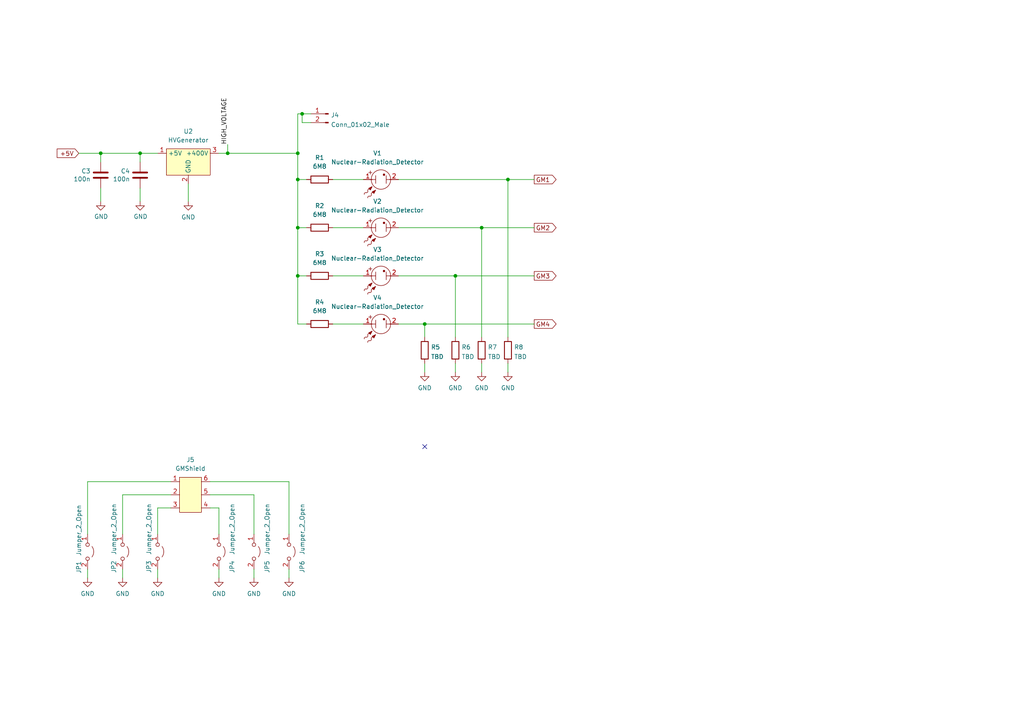
<source format=kicad_sch>
(kicad_sch (version 20211123) (generator eeschema)
  (paper "A4")
  (lib_symbols
    (symbol "Connector:Conn_01x02_Male" (pin_names (offset 1.016) hide)
      (property "Reference" "J" (at 0 2.54 0))
      (property "Value" "Conn_01x02_Male" (at 0 -5.08 0))
      (symbol "Conn_01x02_Male_1_1"
        (polyline (pts (xy 1.27 -2.54) (xy 0.8636 -2.54)) (stroke (width 0.1524)))
        (polyline (pts (xy 1.27 0) (xy 0.8636 0)) (stroke (width 0.1524)))
        (rectangle (start 0.8636 -2.413) (end 0 -2.667) (stroke (width 0.1524)) (fill (type outline)))
        (rectangle (start 0.8636 0.127) (end 0 -0.127) (stroke (width 0.1524)) (fill (type outline)))
        (pin passive line (at 5.08 0 180) (length 3.81) (name "Pin_1") (number "1"))
        (pin passive line (at 5.08 -2.54 180) (length 3.81) (name "Pin_2") (number "2"))
      )
    )
    (symbol "Device:C" (pin_numbers hide) (pin_names (offset 0.254))
      (property "Reference" "C" (at 0.635 2.54 0))
      (property "Value" "C" (at 0.635 -2.54 0))
      (symbol "C_0_1"
        (polyline (pts (xy -2.032 -0.762) (xy 2.032 -0.762)) (stroke (width 0.508)))
        (polyline (pts (xy -2.032 0.762) (xy 2.032 0.762)) (stroke (width 0.508)))
      )
      (symbol "C_1_1"
        (pin passive line (at 0 3.81 270) (length 2.794) (name "~") (number "1"))
        (pin passive line (at 0 -3.81 90) (length 2.794) (name "~") (number "2"))
      )
    )
    (symbol "Device:R" (pin_numbers hide) (pin_names (offset 0))
      (property "Reference" "R" (at 2.032 0 90))
      (property "Value" "R" (at 0 0 90))
      (symbol "R_0_1"
        (rectangle (start -1.016 -2.54) (end 1.016 2.54) (stroke (width 0.254)))
      )
      (symbol "R_1_1"
        (pin passive line (at 0 3.81 270) (length 1.27) (name "~") (number "1"))
        (pin passive line (at 0 -3.81 90) (length 1.27) (name "~") (number "2"))
      )
    )
    (symbol "Jumper:Jumper_2_Open" (pin_names (offset 0) hide)
      (property "Reference" "JP" (at 0 2.794 0))
      (property "Value" "Jumper_2_Open" (at 0 -2.286 0))
      (symbol "Jumper_2_Open_0_0"
        (circle (center -2.032 0) (radius 0.508))
        (circle (center 2.032 0) (radius 0.508))
      )
      (symbol "Jumper_2_Open_0_1"
        (arc (start 1.524 1.27) (mid 0 1.778) (end -1.524 1.27))
      )
      (symbol "Jumper_2_Open_1_1"
        (pin passive line (at -5.08 0 0) (length 2.54) (name "A") (number "1"))
        (pin passive line (at 5.08 0 180) (length 2.54) (name "B") (number "2"))
      )
    )
    (symbol "MainBoard:GMShield"
      (property "Reference" "J" (at -3.81 -6.35 0))
      (property "Value" "GMShield" (at 0 -3.81 0))
      (symbol "GMShield_0_1"
        (rectangle (start -5.08 -2.54) (end 5.08 -8.89) (fill (type background)))
      )
      (symbol "GMShield_1_1"
        (pin input line (at -3.81 -11.43 90) (length 2.54) (name "") (number "1"))
        (pin input line (at 0 -11.43 90) (length 2.54) (name "") (number "2"))
        (pin input line (at 3.81 -11.43 90) (length 2.54) (name "") (number "3"))
        (pin input line (at 3.81 0 270) (length 2.54) (name "") (number "4"))
        (pin input line (at 0 0 270) (length 2.54) (name "") (number "5"))
        (pin input line (at -3.81 0 270) (length 2.54) (name "") (number "6"))
      )
    )
    (symbol "MainBoard:HVGenerator"
      (property "Reference" "U" (at 0 2.54 0))
      (property "Value" "HVGenerator" (at 0 1.27 0))
      (symbol "HVGenerator_0_1"
        (rectangle (start -6.35 0) (end 6.35 -7.62) (fill (type background)))
      )
      (symbol "HVGenerator_1_1"
        (pin power_in line (at -8.89 -1.27 0) (length 2.54) (name "+5V") (number "1"))
        (pin input line (at 0 -10.16 90) (length 2.54) (name "GND") (number "2"))
        (pin power_out line (at 8.89 -1.27 180) (length 2.54) (name "+400V") (number "3"))
      )
    )
    (symbol "Sensor:Nuclear-Radiation_Detector" (pin_names (offset 0) hide)
      (property "Reference" "V" (at 5.08 1.27 0))
      (property "Value" "Nuclear-Radiation_Detector" (at 5.08 -1.27 0))
      (symbol "Nuclear-Radiation_Detector_0_0"
        (text "+" (at 2.032 3.175 0) (effects (font (size 1.27 1.27))))
      )
      (symbol "Nuclear-Radiation_Detector_0_1"
        (arc (start -2.794 3.302) (mid -2.891 3.713) (end -3.302 3.81))
        (polyline (pts (xy -1.143 -1.524) (xy 1.143 -1.524)))
        (polyline (pts (xy -1.143 1.524) (xy 1.143 1.524)))
        (polyline (pts (xy 0 -1.524) (xy 0 -2.54)))
        (polyline (pts (xy 0 2.54) (xy 0 1.524)))
        (polyline (pts (xy -2.54 3.556) (xy -3.048 3.048) (xy -2.032 2.54) (xy -2.54 3.556)) (fill (type outline)))
        (circle (center 0 0) (radius 2.8194))
        (circle (center 1.397 -0.889) (radius 0.254) (fill (type outline)))
      )
      (symbol "Nuclear-Radiation_Detector_1_1"
        (arc (start -4.826 3.302) (mid -4.923 3.713) (end -5.334 3.81))
        (arc (start -4.826 3.302) (mid -4.729 2.891) (end -4.318 2.794))
        (arc (start -3.81 2.286) (mid -3.907 2.697) (end -4.318 2.794))
        (arc (start -3.81 4.318) (mid -3.907 4.729) (end -4.318 4.826))
        (arc (start -3.81 4.318) (mid -3.713 3.907) (end -3.302 3.81))
        (polyline (pts (xy -3.556 2.54) (xy -4.064 2.032) (xy -3.048 1.524) (xy -3.556 2.54)) (fill (type outline)))
        (pin passive line (at 0 5.08 270) (length 2.54) (name "1") (number "1"))
        (pin passive line (at 0 -5.08 90) (length 2.54) (name "2") (number "2"))
      )
    )
    (symbol "power:GND" (power) (pin_names (offset 0))
      (property "Value" "GND" (at 0 -3.81 0))
      (symbol "GND_0_1"
        (polyline (pts (xy 0 0) (xy 0 -1.27) (xy 1.27 -1.27) (xy 0 -2.54) (xy -1.27 -1.27) (xy 0 -1.27)))
      )
      (symbol "GND_1_1"
        (pin power_in line (at 0 0 270) (length 0) hide (name "GND") (number "1"))
      )
    )
  )
  (junction (at 86.36 80.01))
  (junction (at 139.7 66.04))
  (junction (at 132.08 80.01))
  (junction (at 66.04 44.45))
  (junction (at 86.36 44.45))
  (junction (at 86.36 66.04))
  (junction (at 29.21 44.45))
  (junction (at 87.63 33.02))
  (junction (at 40.64 44.45))
  (junction (at 147.32 52.07))
  (junction (at 123.19 93.98))
  (junction (at 86.36 52.07))
  (no_connect (at 123.19 129.54))
  (wire (pts (xy 73.66 143.51) (xy 73.66 154.94)))
  (wire (pts (xy 22.86 44.45) (xy 29.21 44.45)))
  (wire (pts (xy 87.63 35.56) (xy 90.17 35.56)))
  (wire (pts (xy 73.66 165.1) (xy 73.66 167.64)))
  (wire (pts (xy 86.36 80.01) (xy 88.9 80.01)))
  (wire (pts (xy 90.17 33.02) (xy 87.63 33.02)))
  (wire (pts (xy 83.82 139.7) (xy 83.82 154.94)))
  (wire (pts (xy 63.5 147.32) (xy 63.5 154.94)))
  (wire (pts (xy 86.36 33.02) (xy 87.63 33.02)))
  (wire (pts (xy 115.57 66.04) (xy 139.7 66.04)))
  (wire (pts (xy 45.72 147.32) (xy 49.53 147.32)))
  (wire (pts (xy 35.56 165.1) (xy 35.56 167.64)))
  (wire (pts (xy 132.08 105.41) (xy 132.08 107.95)))
  (wire (pts (xy 86.36 52.07) (xy 86.36 66.04)))
  (wire (pts (xy 123.19 105.41) (xy 123.19 107.95)))
  (wire (pts (xy 115.57 93.98) (xy 123.19 93.98)))
  (wire (pts (xy 86.36 44.45) (xy 86.36 52.07)))
  (wire (pts (xy 86.36 44.45) (xy 86.36 33.02)))
  (wire (pts (xy 40.64 54.61) (xy 40.64 58.42)))
  (wire (pts (xy 115.57 52.07) (xy 147.32 52.07)))
  (wire (pts (xy 115.57 80.01) (xy 132.08 80.01)))
  (wire (pts (xy 96.52 93.98) (xy 105.41 93.98)))
  (wire (pts (xy 86.36 93.98) (xy 88.9 93.98)))
  (wire (pts (xy 132.08 80.01) (xy 132.08 97.79)))
  (wire (pts (xy 63.5 165.1) (xy 63.5 167.64)))
  (wire (pts (xy 132.08 80.01) (xy 154.94 80.01)))
  (wire (pts (xy 139.7 105.41) (xy 139.7 107.95)))
  (wire (pts (xy 35.56 143.51) (xy 49.53 143.51)))
  (wire (pts (xy 45.72 165.1) (xy 45.72 167.64)))
  (wire (pts (xy 87.63 33.02) (xy 87.63 35.56)))
  (wire (pts (xy 147.32 105.41) (xy 147.32 107.95)))
  (wire (pts (xy 86.36 66.04) (xy 88.9 66.04)))
  (wire (pts (xy 25.4 154.94) (xy 25.4 139.7)))
  (wire (pts (xy 63.5 44.45) (xy 66.04 44.45)))
  (wire (pts (xy 123.19 93.98) (xy 154.94 93.98)))
  (wire (pts (xy 29.21 44.45) (xy 40.64 44.45)))
  (wire (pts (xy 35.56 154.94) (xy 35.56 143.51)))
  (wire (pts (xy 29.21 54.61) (xy 29.21 58.42)))
  (wire (pts (xy 66.04 41.91) (xy 66.04 44.45)))
  (wire (pts (xy 60.96 147.32) (xy 63.5 147.32)))
  (wire (pts (xy 25.4 139.7) (xy 49.53 139.7)))
  (wire (pts (xy 45.72 154.94) (xy 45.72 147.32)))
  (wire (pts (xy 96.52 80.01) (xy 105.41 80.01)))
  (wire (pts (xy 66.04 44.45) (xy 86.36 44.45)))
  (wire (pts (xy 147.32 52.07) (xy 154.94 52.07)))
  (wire (pts (xy 40.64 46.99) (xy 40.64 44.45)))
  (wire (pts (xy 40.64 44.45) (xy 45.72 44.45)))
  (wire (pts (xy 54.61 53.34) (xy 54.61 58.42)))
  (wire (pts (xy 86.36 80.01) (xy 86.36 93.98)))
  (wire (pts (xy 139.7 66.04) (xy 139.7 97.79)))
  (wire (pts (xy 88.9 52.07) (xy 86.36 52.07)))
  (wire (pts (xy 83.82 165.1) (xy 83.82 167.64)))
  (wire (pts (xy 123.19 93.98) (xy 123.19 97.79)))
  (wire (pts (xy 25.4 165.1) (xy 25.4 167.64)))
  (wire (pts (xy 96.52 52.07) (xy 105.41 52.07)))
  (wire (pts (xy 60.96 139.7) (xy 83.82 139.7)))
  (wire (pts (xy 60.96 143.51) (xy 73.66 143.51)))
  (wire (pts (xy 29.21 46.99) (xy 29.21 44.45)))
  (wire (pts (xy 86.36 66.04) (xy 86.36 80.01)))
  (wire (pts (xy 147.32 52.07) (xy 147.32 97.79)))
  (wire (pts (xy 139.7 66.04) (xy 154.94 66.04)))
  (wire (pts (xy 96.52 66.04) (xy 105.41 66.04)))
  (label "HIGH_VOLTAGE" (at 66.04 41.91 90))
  (global_label "+5V" (shape input) (at 22.86 44.45 180) (property "Intersheet References" "${INTERSHEET_REFS}" (effects hide)))
  (global_label "GM1" (shape output) (at 154.94 52.07 0) (property "Intersheet References" "${INTERSHEET_REFS}" (effects hide)))
  (global_label "GM4" (shape output) (at 154.94 93.98 0) (property "Intersheet References" "${INTERSHEET_REFS}" (effects hide)))
  (global_label "GM3" (shape output) (at 154.94 80.01 0) (property "Intersheet References" "${INTERSHEET_REFS}" (effects hide)))
  (global_label "GM2" (shape output) (at 154.94 66.04 0) (property "Intersheet References" "${INTERSHEET_REFS}" (effects hide)))
  (symbol (lib_id "power:GND") (at 132.08 107.95 0) (unit 1)
    (property "Reference" "#PWR03" (effects hide))
    (property "Value" "GND" (at 132.08 112.5126 0))
  )
  (symbol (lib_id "power:GND") (at 40.64 58.42 0) (unit 1)
    (property "Reference" "#PWR0106" (effects hide))
    (property "Value" "GND" (at 40.767 62.8142 0))
  )
  (symbol (lib_id "power:GND") (at 29.21 58.42 0) (unit 1)
    (property "Reference" "#PWR0105" (effects hide))
    (property "Value" "GND" (at 29.337 62.8142 0))
  )
  (symbol (lib_id "Jumper:Jumper_2_Open") (at 83.82 160.02 270) (unit 1)
    (property "Reference" "JP6" (at 87.63 162.56 0) (effects (justify left)))
    (property "Value" "Jumper_2_Open" (at 87.63 146.05 0) (effects (justify left)))
    (property "Footprint" "Jumper:SolderJumper-2_P1.3mm_Open_Pad1.0x1.5mm" (effects hide))
  )
  (symbol (lib_id "power:GND") (at 63.5 167.64 0) (unit 1)
    (property "Reference" "#PWR09" (effects hide))
    (property "Value" "GND" (at 63.5 172.2026 0))
  )
  (symbol (lib_id "Sensor:Nuclear-Radiation_Detector") (at 110.49 80.01 90) (unit 1)
    (property "Reference" "V3" (at 109.4764 72.39 90))
    (property "Value" "Nuclear-Radiation_Detector" (at 109.4764 74.93 90))
    (property "Footprint" "MainBoard:GeigerTubeConnector" (effects hide))
  )
  (symbol (lib_id "power:GND") (at 147.32 107.95 0) (unit 1)
    (property "Reference" "#PWR05" (effects hide))
    (property "Value" "GND" (at 147.32 112.5126 0))
  )
  (symbol (lib_id "Jumper:Jumper_2_Open") (at 73.66 160.02 270) (unit 1)
    (property "Reference" "JP5" (at 77.47 162.56 0) (effects (justify left)))
    (property "Value" "Jumper_2_Open" (at 77.47 146.05 0) (effects (justify left)))
    (property "Footprint" "Jumper:SolderJumper-2_P1.3mm_Open_Pad1.0x1.5mm" (effects hide))
  )
  (symbol (lib_id "Jumper:Jumper_2_Open") (at 35.56 160.02 270) (unit 1)
    (property "Reference" "JP2" (at 33.02 162.56 0) (effects (justify left)))
    (property "Value" "Jumper_2_Open" (at 33.02 146.05 0) (effects (justify left)))
    (property "Footprint" "Jumper:SolderJumper-2_P1.3mm_Open_Pad1.0x1.5mm" (effects hide))
  )
  (symbol (lib_id "Device:C") (at 40.64 50.8 0) (unit 1)
    (property "Reference" "C4" (at 37.719 49.6316 0) (effects (justify right)))
    (property "Value" "100n" (at 37.719 51.943 0) (effects (justify right)))
    (property "Footprint" "Capacitor_SMD:C_0805_2012Metric" (effects hide))
  )
  (symbol (lib_id "power:GND") (at 123.19 107.95 0) (unit 1)
    (property "Reference" "#PWR02" (effects hide))
    (property "Value" "GND" (at 123.19 112.5126 0))
  )
  (symbol (lib_id "MainBoard:GMShield") (at 60.96 143.51 270) (unit 1)
    (property "Reference" "J5" (at 55.245 133.35 90))
    (property "Value" "GMShield" (at 55.245 135.89 90))
    (property "Footprint" "MainBoard:GMShield" (effects hide))
  )
  (symbol (lib_id "Sensor:Nuclear-Radiation_Detector") (at 110.49 52.07 90) (unit 1)
    (property "Reference" "V1" (at 109.4764 44.45 90))
    (property "Value" "Nuclear-Radiation_Detector" (at 109.4764 46.99 90))
    (property "Footprint" "MainBoard:GeigerTubeConnector" (effects hide))
  )
  (symbol (lib_id "Device:R") (at 92.71 66.04 90) (mirror x) (unit 1)
    (property "Reference" "R2" (at 92.71 59.69 90))
    (property "Value" "6M8" (at 92.71 62.23 90))
    (property "Footprint" "Resistor_THT:R_Axial_DIN0207_L6.3mm_D2.5mm_P10.16mm_Horizontal" (effects hide))
  )
  (symbol (lib_id "Jumper:Jumper_2_Open") (at 45.72 160.02 270) (unit 1)
    (property "Reference" "JP3" (at 43.18 162.56 0) (effects (justify left)))
    (property "Value" "Jumper_2_Open" (at 43.18 146.05 0) (effects (justify left)))
    (property "Footprint" "Jumper:SolderJumper-2_P1.3mm_Open_Pad1.0x1.5mm" (effects hide))
  )
  (symbol (lib_id "Jumper:Jumper_2_Open") (at 25.4 160.02 270) (unit 1)
    (property "Reference" "JP1" (at 22.86 166.37 0) (effects (justify right)))
    (property "Value" "Jumper_2_Open" (at 22.86 161.29 0) (effects (justify right)))
    (property "Footprint" "Jumper:SolderJumper-2_P1.3mm_Open_Pad1.0x1.5mm" (effects hide))
  )
  (symbol (lib_id "Device:R") (at 92.71 93.98 90) (mirror x) (unit 1)
    (property "Reference" "R4" (at 92.71 87.63 90))
    (property "Value" "6M8" (at 92.71 90.17 90))
    (property "Footprint" "Resistor_THT:R_Axial_DIN0207_L6.3mm_D2.5mm_P10.16mm_Horizontal" (effects hide))
  )
  (symbol (lib_id "power:GND") (at 35.56 167.64 0) (unit 1)
    (property "Reference" "#PWR07" (effects hide))
    (property "Value" "GND" (at 35.56 172.2026 0))
  )
  (symbol (lib_id "Sensor:Nuclear-Radiation_Detector") (at 110.49 66.04 90) (unit 1)
    (property "Reference" "V2" (at 109.4764 58.42 90))
    (property "Value" "Nuclear-Radiation_Detector" (at 109.4764 60.96 90))
    (property "Footprint" "MainBoard:GeigerTubeConnector" (effects hide))
  )
  (symbol (lib_id "power:GND") (at 83.82 167.64 0) (unit 1)
    (property "Reference" "#PWR011" (effects hide))
    (property "Value" "GND" (at 83.82 172.2026 0))
  )
  (symbol (lib_id "power:GND") (at 54.61 58.42 0) (unit 1)
    (property "Reference" "#PWR0107" (effects hide))
    (property "Value" "GND" (at 54.61 62.9826 0))
  )
  (symbol (lib_id "power:GND") (at 139.7 107.95 0) (unit 1)
    (property "Reference" "#PWR04" (effects hide))
    (property "Value" "GND" (at 139.7 112.5126 0))
  )
  (symbol (lib_id "Device:R") (at 92.71 52.07 90) (mirror x) (unit 1)
    (property "Reference" "R1" (at 92.71 45.72 90))
    (property "Value" "6M8" (at 92.71 48.26 90))
    (property "Footprint" "Resistor_THT:R_Axial_DIN0207_L6.3mm_D2.5mm_P10.16mm_Horizontal" (effects hide))
  )
  (symbol (lib_id "Device:C") (at 29.21 50.8 0) (unit 1)
    (property "Reference" "C3" (at 26.289 49.6316 0) (effects (justify right)))
    (property "Value" "100n" (at 26.289 51.943 0) (effects (justify right)))
    (property "Footprint" "Capacitor_SMD:C_0805_2012Metric" (effects hide))
  )
  (symbol (lib_id "Device:R") (at 132.08 101.6 0) (unit 1)
    (property "Reference" "R6" (at 133.8581 100.6915 0) (effects (justify left)))
    (property "Value" "TBD" (at 133.8581 103.4666 0) (effects (justify left)))
    (property "Footprint" "Resistor_SMD:R_0805_2012Metric" (effects hide))
  )
  (symbol (lib_id "Connector:Conn_01x02_Male") (at 95.25 33.02 0) (mirror y) (unit 1)
    (property "Reference" "J4" (at 95.9613 33.3815 0) (effects (justify right)))
    (property "Value" "Conn_01x02_Male" (at 95.9613 36.1566 0) (effects (justify right)))
    (property "Footprint" "Connector_PinHeader_2.54mm:PinHeader_1x02_P2.54mm_Horizontal" (effects hide))
  )
  (symbol (lib_id "Sensor:Nuclear-Radiation_Detector") (at 110.49 93.98 90) (unit 1)
    (property "Reference" "V4" (at 109.4764 86.36 90))
    (property "Value" "Nuclear-Radiation_Detector" (at 109.4764 88.9 90))
    (property "Footprint" "MainBoard:GeigerTubeConnector" (effects hide))
  )
  (symbol (lib_id "power:GND") (at 25.4 167.64 0) (unit 1)
    (property "Reference" "#PWR06" (effects hide))
    (property "Value" "GND" (at 25.4 172.2026 0))
  )
  (symbol (lib_id "Device:R") (at 147.32 101.6 0) (unit 1)
    (property "Reference" "R8" (at 149.0981 100.6915 0) (effects (justify left)))
    (property "Value" "TBD" (at 149.0981 103.4666 0) (effects (justify left)))
    (property "Footprint" "Resistor_SMD:R_0805_2012Metric" (effects hide))
  )
  (symbol (lib_id "Device:R") (at 92.71 80.01 90) (mirror x) (unit 1)
    (property "Reference" "R3" (at 92.71 73.66 90))
    (property "Value" "6M8" (at 92.71 76.2 90))
    (property "Footprint" "Resistor_THT:R_Axial_DIN0207_L6.3mm_D2.5mm_P10.16mm_Horizontal" (effects hide))
  )
  (symbol (lib_id "Jumper:Jumper_2_Open") (at 63.5 160.02 270) (unit 1)
    (property "Reference" "JP4" (at 67.31 162.56 0) (effects (justify left)))
    (property "Value" "Jumper_2_Open" (at 67.31 146.05 0) (effects (justify left)))
    (property "Footprint" "Jumper:SolderJumper-2_P1.3mm_Open_Pad1.0x1.5mm" (effects hide))
  )
  (symbol (lib_id "Device:R") (at 123.19 101.6 0) (unit 1)
    (property "Reference" "R5" (at 124.9681 100.6915 0) (effects (justify left)))
    (property "Value" "TBD" (at 124.9681 103.4666 0) (effects (justify left)))
    (property "Footprint" "Resistor_SMD:R_0805_2012Metric" (effects hide))
  )
  (symbol (lib_id "power:GND") (at 73.66 167.64 0) (unit 1)
    (property "Reference" "#PWR010" (effects hide))
    (property "Value" "GND" (at 73.66 172.2026 0))
  )
  (symbol (lib_id "power:GND") (at 45.72 167.64 0) (unit 1)
    (property "Reference" "#PWR08" (effects hide))
    (property "Value" "GND" (at 45.72 172.2026 0))
  )
  (symbol (lib_id "Device:R") (at 139.7 101.6 0) (unit 1)
    (property "Reference" "R7" (at 141.4781 100.6915 0) (effects (justify left)))
    (property "Value" "TBD" (at 141.4781 103.4666 0) (effects (justify left)))
    (property "Footprint" "Resistor_SMD:R_0805_2012Metric" (effects hide))
  )
  (symbol (lib_id "MainBoard:HVGenerator") (at 54.61 43.18 0) (unit 1)
    (property "Reference" "U2" (at 54.61 38.1 0))
    (property "Value" "HVGenerator" (at 54.61 40.64 0))
    (property "Footprint" "MainBoard:HVGenerator" (effects hide))
  )
)
</source>
